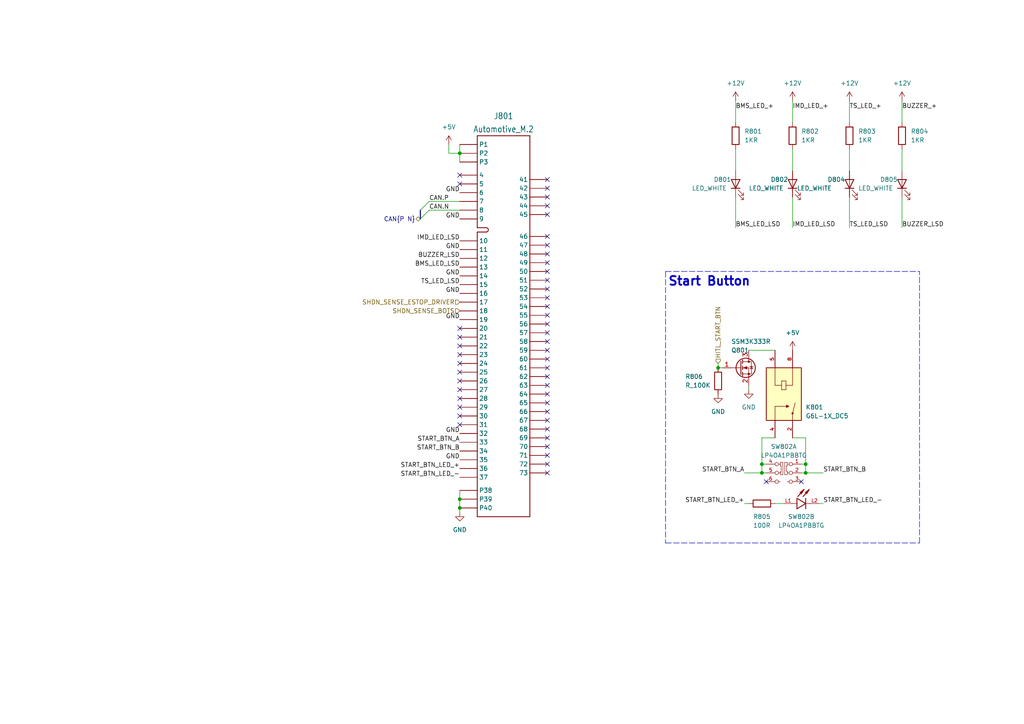
<source format=kicad_sch>
(kicad_sch (version 20211123) (generator eeschema)
  (paper "A4")
  (lib_symbols
    (symbol "1KR_1" (pin_numbers hide) (pin_names (offset 0))
      (property "Reference" "R" (at 2.032 0 90))
      (property "Value" "1KR_1" (at 0 0 90))
      (symbol "1KR_1_0_1"
        (rectangle (start -1.016 -2.54) (end 1.016 2.54) (stroke (width 0.254)))
      )
      (symbol "1KR_1_1_1"
        (pin passive line (at 0 3.81 270) (length 1.27) (name "~") (number "1"))
        (pin passive line (at 0 -3.81 90) (length 1.27) (name "~") (number "2"))
      )
    )
    (symbol "1KR_2" (pin_numbers hide) (pin_names (offset 0))
      (property "Reference" "R" (at 2.032 0 90))
      (property "Value" "1KR_2" (at 0 0 90))
      (symbol "1KR_2_0_1"
        (rectangle (start -1.016 -2.54) (end 1.016 2.54) (stroke (width 0.254)))
      )
      (symbol "1KR_2_1_1"
        (pin passive line (at 0 3.81 270) (length 1.27) (name "~") (number "1"))
        (pin passive line (at 0 -3.81 90) (length 1.27) (name "~") (number "2"))
      )
    )
    (symbol "1KR_3" (pin_numbers hide) (pin_names (offset 0))
      (property "Reference" "R" (at 2.032 0 90))
      (property "Value" "1KR_3" (at 0 0 90))
      (symbol "1KR_3_0_1"
        (rectangle (start -1.016 -2.54) (end 1.016 2.54) (stroke (width 0.254)))
      )
      (symbol "1KR_3_1_1"
        (pin passive line (at 0 3.81 270) (length 1.27) (name "~") (number "1"))
        (pin passive line (at 0 -3.81 90) (length 1.27) (name "~") (number "2"))
      )
    )
    (symbol "OEM:100R" (pin_numbers hide) (pin_names (offset 0))
      (property "Reference" "R" (at 2.032 0 90))
      (property "Value" "100R" (at 0 0 90))
      (symbol "100R_0_1"
        (rectangle (start -1.016 -2.54) (end 1.016 2.54) (stroke (width 0.254)))
      )
      (symbol "100R_1_1"
        (pin passive line (at 0 3.81 270) (length 1.27) (name "~") (number "1"))
        (pin passive line (at 0 -3.81 90) (length 1.27) (name "~") (number "2"))
      )
    )
    (symbol "OEM:1KR" (pin_numbers hide) (pin_names (offset 0))
      (property "Reference" "R" (at 2.032 0 90))
      (property "Value" "1KR" (at 0 0 90))
      (symbol "1KR_0_1"
        (rectangle (start -1.016 -2.54) (end 1.016 2.54) (stroke (width 0.254)))
      )
      (symbol "1KR_1_1"
        (pin passive line (at 0 3.81 270) (length 1.27) (name "~") (number "1"))
        (pin passive line (at 0 -3.81 90) (length 1.27) (name "~") (number "2"))
      )
    )
    (symbol "OEM:Automotive_M.2"
      (property "Reference" "J?" (at 1.27 49.53 0))
      (property "Value" "Automotive_M.2" (at 7.62 45.72 0))
      (symbol "Automotive_M.2_0_1"
        (arc (start -5.0436 15.2415) (mid -4.4198 15.8765) (end -5.0436 16.5115) (stroke (width 0.25)))
        (polyline (pts (xy -7.62 15.24) (xy -5.08 15.24)) (stroke (width 0.25)))
        (polyline (pts (xy -7.62 16.51) (xy -5.08 16.51)) (stroke (width 0.25)))
        (polyline (pts (xy -7.62 43.18) (xy -7.62 16.51)) (stroke (width 0.25)))
        (polyline (pts (xy 7.62 -67.31) (xy -7.62 -67.31)) (stroke (width 0.25)))
      )
      (symbol "Automotive_M.2_1_0"
        (polyline (pts (xy -7.62 -67.31) (xy -7.62 15.24)) (stroke (width 0.254)))
        (polyline (pts (xy 7.62 43.18) (xy -7.62 43.18)) (stroke (width 0.254)))
        (polyline (pts (xy 7.62 43.18) (xy 7.62 -67.31)) (stroke (width 0.254)))
        (pin bidirectional line (at -12.7 12.7 0) (length 5.08) (name "10") (number "10"))
        (pin bidirectional line (at -12.7 10.16 0) (length 5.08) (name "11") (number "11"))
        (pin bidirectional line (at -12.7 7.62 0) (length 5.08) (name "12") (number "12"))
        (pin bidirectional line (at -12.7 5.08 0) (length 5.08) (name "13") (number "13"))
        (pin bidirectional line (at -12.7 2.54 0) (length 5.08) (name "14") (number "14"))
        (pin bidirectional line (at -12.7 0 0) (length 5.08) (name "15") (number "15"))
        (pin bidirectional line (at -12.7 -2.54 0) (length 5.08) (name "16") (number "16"))
        (pin bidirectional line (at -12.7 -5.08 0) (length 5.08) (name "17") (number "17"))
        (pin bidirectional line (at -12.7 -7.62 0) (length 5.08) (name "18") (number "18"))
        (pin bidirectional line (at -12.7 -10.16 0) (length 5.08) (name "19") (number "19"))
        (pin bidirectional line (at -12.7 -12.7 0) (length 5.08) (name "20") (number "20"))
        (pin bidirectional line (at -12.7 -15.24 0) (length 5.08) (name "21") (number "21"))
        (pin bidirectional line (at -12.7 -17.78 0) (length 5.08) (name "22") (number "22"))
        (pin bidirectional line (at -12.7 -20.32 0) (length 5.08) (name "23") (number "23"))
        (pin bidirectional line (at -12.7 -22.86 0) (length 5.08) (name "24") (number "24"))
        (pin bidirectional line (at -12.7 -25.4 0) (length 5.08) (name "25") (number "25"))
        (pin bidirectional line (at -12.7 -27.94 0) (length 5.08) (name "26") (number "26"))
        (pin bidirectional line (at -12.7 -30.48 0) (length 5.08) (name "27") (number "27"))
        (pin bidirectional line (at -12.7 -33.02 0) (length 5.08) (name "28") (number "28"))
        (pin bidirectional line (at -12.7 -35.56 0) (length 5.08) (name "29") (number "29"))
        (pin bidirectional line (at -12.7 -38.1 0) (length 5.08) (name "30") (number "30"))
        (pin bidirectional line (at -12.7 -40.64 0) (length 5.08) (name "31") (number "31"))
        (pin bidirectional line (at -12.7 -43.18 0) (length 5.08) (name "32") (number "32"))
        (pin bidirectional line (at -12.7 -45.72 0) (length 5.08) (name "33") (number "33"))
        (pin bidirectional line (at -12.7 -48.26 0) (length 5.08) (name "34") (number "34"))
        (pin bidirectional line (at -12.7 -50.8 0) (length 5.08) (name "35") (number "35"))
        (pin bidirectional line (at -12.7 -53.34 0) (length 5.08) (name "36") (number "36"))
        (pin bidirectional line (at -12.7 -55.88 0) (length 5.08) (name "37") (number "37"))
        (pin bidirectional line (at -12.7 31.75 0) (length 5.08) (name "4") (number "4"))
        (pin bidirectional line (at 12.7 30.48 180) (length 5.08) (name "41") (number "41"))
        (pin bidirectional line (at 12.7 27.94 180) (length 5.08) (name "42") (number "42"))
        (pin bidirectional line (at 12.7 25.4 180) (length 5.08) (name "43") (number "43"))
        (pin bidirectional line (at 12.7 22.86 180) (length 5.08) (name "44") (number "44"))
        (pin bidirectional line (at 12.7 20.32 180) (length 5.08) (name "45") (number "45"))
        (pin bidirectional line (at 12.7 13.97 180) (length 5.08) (name "46") (number "46"))
        (pin bidirectional line (at 12.7 11.43 180) (length 5.08) (name "47") (number "47"))
        (pin bidirectional line (at 12.7 8.89 180) (length 5.08) (name "48") (number "48"))
        (pin bidirectional line (at 12.7 6.35 180) (length 5.08) (name "49") (number "49"))
        (pin bidirectional line (at -12.7 29.21 0) (length 5.08) (name "5") (number "5"))
        (pin bidirectional line (at 12.7 3.81 180) (length 5.08) (name "50") (number "50"))
        (pin bidirectional line (at 12.7 1.27 180) (length 5.08) (name "51") (number "51"))
        (pin bidirectional line (at 12.7 -1.27 180) (length 5.08) (name "52") (number "52"))
        (pin bidirectional line (at 12.7 -3.81 180) (length 5.08) (name "53") (number "53"))
        (pin bidirectional line (at 12.7 -6.35 180) (length 5.08) (name "54") (number "54"))
        (pin bidirectional line (at 12.7 -8.89 180) (length 5.08) (name "55") (number "55"))
        (pin bidirectional line (at 12.7 -11.43 180) (length 5.08) (name "56") (number "56"))
        (pin bidirectional line (at 12.7 -13.97 180) (length 5.08) (name "57") (number "57"))
        (pin bidirectional line (at 12.7 -16.51 180) (length 5.08) (name "58") (number "58"))
        (pin bidirectional line (at 12.7 -19.05 180) (length 5.08) (name "59") (number "59"))
        (pin bidirectional line (at -12.7 26.67 0) (length 5.08) (name "6") (number "6"))
        (pin bidirectional line (at 12.7 -21.59 180) (length 5.08) (name "60") (number "60"))
        (pin bidirectional line (at 12.7 -24.13 180) (length 5.08) (name "61") (number "61"))
        (pin bidirectional line (at 12.7 -26.67 180) (length 5.08) (name "62") (number "62"))
        (pin bidirectional line (at 12.7 -29.21 180) (length 5.08) (name "63") (number "63"))
        (pin bidirectional line (at 12.7 -31.75 180) (length 5.08) (name "64") (number "64"))
        (pin bidirectional line (at 12.7 -34.29 180) (length 5.08) (name "65") (number "65"))
        (pin bidirectional line (at 12.7 -36.83 180) (length 5.08) (name "66") (number "66"))
        (pin bidirectional line (at 12.7 -39.37 180) (length 5.08) (name "67") (number "67"))
        (pin bidirectional line (at 12.7 -41.91 180) (length 5.08) (name "68") (number "68"))
        (pin bidirectional line (at 12.7 -44.45 180) (length 5.08) (name "69") (number "69"))
        (pin bidirectional line (at -12.7 24.13 0) (length 5.08) (name "7") (number "7"))
        (pin bidirectional line (at 12.7 -46.99 180) (length 5.08) (name "70") (number "70"))
        (pin bidirectional line (at 12.7 -49.53 180) (length 5.08) (name "71") (number "71"))
        (pin bidirectional line (at 12.7 -52.07 180) (length 5.08) (name "72") (number "72"))
        (pin bidirectional line (at 12.7 -54.61 180) (length 5.08) (name "73") (number "73"))
        (pin bidirectional line (at -12.7 21.59 0) (length 5.08) (name "8") (number "8"))
        (pin bidirectional line (at -12.7 19.05 0) (length 5.08) (name "9") (number "9"))
        (pin bidirectional line (at -12.7 40.64 0) (length 5.08) (name "P1") (number "P1"))
        (pin bidirectional line (at -12.7 38.1 0) (length 5.08) (name "P2") (number "P2"))
        (pin bidirectional line (at -12.7 35.56 0) (length 5.08) (name "P3") (number "P3"))
        (pin bidirectional line (at -12.7 -59.69 0) (length 5.08) (name "P38") (number "P38"))
        (pin bidirectional line (at -12.7 -62.23 0) (length 5.08) (name "P39") (number "P39"))
        (pin bidirectional line (at -12.7 -64.77 0) (length 5.08) (name "P40") (number "P40"))
      )
    )
    (symbol "OEM:G6L-1X_DC5" (pin_names (offset 1.016))
      (property "Reference" "K" (at -7.62 6.35 0))
      (property "Value" "G6L-1X_DC5" (at -7.62 -7.62 0))
      (symbol "G6L-1X_DC5_0_0"
        (rectangle (start -7.62 -5.08) (end 7.62 5.08) (stroke (width 0.254)) (fill (type background)))
        (polyline (pts (xy -7.62 -2.54) (xy -2.54 -2.54)) (stroke (width 0.1524)))
        (polyline (pts (xy -7.62 2.54) (xy -2.54 2.54)) (stroke (width 0.1524)))
        (polyline (pts (xy -3.81 -0.635) (xy -3.81 0.635)) (stroke (width 0.1524)))
        (polyline (pts (xy -3.81 0.635) (xy -2.54 0.635)) (stroke (width 0.1524)))
        (polyline (pts (xy -2.54 -0.635) (xy -3.81 -0.635)) (stroke (width 0.1524)))
        (polyline (pts (xy -2.54 -0.635) (xy -2.54 -2.54)) (stroke (width 0.1524)))
        (polyline (pts (xy -2.54 0.635) (xy -1.27 0.635)) (stroke (width 0.1524)))
        (polyline (pts (xy -2.54 2.54) (xy -2.54 0.635)) (stroke (width 0.1524)))
        (polyline (pts (xy -1.27 -0.635) (xy -2.54 -0.635)) (stroke (width 0.1524)))
        (polyline (pts (xy -1.27 0.635) (xy -1.27 -0.635)) (stroke (width 0.1524)))
        (polyline (pts (xy 3.556 -2.54) (xy 3.556 0.762)) (stroke (width 0.1524)))
        (polyline (pts (xy 5.588 2.54) (xy 2.54 3.302)) (stroke (width 0.1524)))
        (polyline (pts (xy 7.62 -2.54) (xy 3.556 -2.54)) (stroke (width 0.1524)))
        (polyline (pts (xy 7.62 2.54) (xy 5.588 2.54)) (stroke (width 0.1524)))
        (polyline (pts (xy 3.175 0.762) (xy 3.937 0.762) (xy 3.556 1.524) (xy 3.175 0.762)) (stroke (width 0.1524)) (fill (type outline)))
        (circle (center 5.588 2.54) (radius 0.1524) (stroke (width 0.3048)))
        (pin passive line (at 12.7 2.54 180) (length 5.08) (name "~") (number "2"))
        (pin passive line (at 12.7 -2.54 180) (length 5.08) (name "~") (number "4"))
        (pin passive line (at -12.7 -2.54 0) (length 5.08) (name "~") (number "5"))
        (pin passive line (at -12.7 2.54 0) (length 5.08) (name "~") (number "8"))
      )
    )
    (symbol "OEM:LED_WHITE" (pin_numbers hide) (pin_names (offset 1.016) hide)
      (property "Reference" "D" (at 0 2.54 0))
      (property "Value" "LED_WHITE" (at 0 -2.54 0))
      (symbol "LED_WHITE_0_1"
        (polyline (pts (xy -1.27 -1.27) (xy -1.27 1.27)) (stroke (width 0.254)))
        (polyline (pts (xy -1.27 0) (xy 1.27 0)))
        (polyline (pts (xy 1.27 -1.27) (xy 1.27 1.27) (xy -1.27 0) (xy 1.27 -1.27)) (stroke (width 0.254)))
        (polyline (pts (xy -3.048 -0.762) (xy -4.572 -2.286) (xy -3.81 -2.286) (xy -4.572 -2.286) (xy -4.572 -1.524)))
        (polyline (pts (xy -1.778 -0.762) (xy -3.302 -2.286) (xy -2.54 -2.286) (xy -3.302 -2.286) (xy -3.302 -1.524)))
      )
      (symbol "LED_WHITE_1_1"
        (pin passive line (at -3.81 0 0) (length 2.54) (name "K") (number "1"))
        (pin passive line (at 3.81 0 180) (length 2.54) (name "A") (number "2"))
      )
    )
    (symbol "OEM:LP4OA1PBBTG" (pin_names (offset 1.016))
      (property "Reference" "SW?" (at -1.27 5.08 0))
      (property "Value" "LP4OA1PBBTG" (at -5.08 -6.858 0))
      (symbol "LP4OA1PBBTG_1_0"
        (circle (center -2.032 -2.54) (radius 0.508) (stroke (width 0.127)))
        (circle (center -2.032 0) (radius 0.508) (stroke (width 0.127)))
        (circle (center -2.032 2.54) (radius 0.508) (stroke (width 0.127)))
        (polyline (pts (xy -1.524 -2.54) (xy -1.016 -2.54)) (stroke (width 0.127)))
        (polyline (pts (xy -1.524 0) (xy -1.016 0)) (stroke (width 0.127)))
        (polyline (pts (xy -1.524 2.54) (xy -1.016 2.54)) (stroke (width 0.127)))
        (polyline (pts (xy -1.016 -0.508) (xy -1.016 0.254)) (stroke (width 0.127)))
        (polyline (pts (xy -1.016 0.254) (xy -0.762 0.254)) (stroke (width 0.127)))
        (polyline (pts (xy -1.016 2.032) (xy -1.016 2.54)) (stroke (width 0.127)))
        (polyline (pts (xy -1.016 2.54) (xy -1.016 3.048)) (stroke (width 0.127)))
        (polyline (pts (xy -1.016 3.048) (xy -0.254 3.048)) (stroke (width 0.127)))
        (polyline (pts (xy -0.762 0.254) (xy -0.762 2.032)) (stroke (width 0.127)))
        (polyline (pts (xy -0.762 2.032) (xy -1.016 2.032)) (stroke (width 0.127)))
        (polyline (pts (xy -0.254 -0.508) (xy -1.016 -0.508)) (stroke (width 0.127)))
        (polyline (pts (xy -0.254 3.048) (xy -0.254 -0.508)) (stroke (width 0.127)))
        (polyline (pts (xy 0.254 -0.508) (xy 0.254 3.048)) (stroke (width 0.127)))
        (polyline (pts (xy 0.254 3.048) (xy 1.016 3.048)) (stroke (width 0.127)))
        (polyline (pts (xy 0.762 0.508) (xy 1.016 0.508)) (stroke (width 0.127)))
        (polyline (pts (xy 0.762 2.032) (xy 0.762 0.508)) (stroke (width 0.127)))
        (polyline (pts (xy 1.016 -0.508) (xy 0.254 -0.508)) (stroke (width 0.127)))
        (polyline (pts (xy 1.016 0.508) (xy 1.016 -0.508)) (stroke (width 0.127)))
        (polyline (pts (xy 1.016 2.032) (xy 0.762 2.032)) (stroke (width 0.127)))
        (polyline (pts (xy 1.016 3.048) (xy 1.016 2.032)) (stroke (width 0.127)))
        (polyline (pts (xy 1.524 -2.54) (xy 1.016 -2.54)) (stroke (width 0.127)))
        (polyline (pts (xy 1.524 0) (xy 1.016 0)) (stroke (width 0.127)))
        (polyline (pts (xy 1.524 2.54) (xy 1.016 2.54)) (stroke (width 0.127)))
        (circle (center 2.032 -2.54) (radius 0.508) (stroke (width 0.127)))
        (circle (center 2.032 0) (radius 0.508) (stroke (width 0.127)))
        (circle (center 2.032 2.54) (radius 0.508) (stroke (width 0.127)))
        (pin passive line (at 5.08 2.54 180) (length 2.54) (name "~") (number "1"))
        (pin passive line (at 5.08 0 180) (length 2.54) (name "~") (number "2"))
        (pin passive line (at 5.08 -2.54 180) (length 2.54) (name "~") (number "3"))
        (pin passive line (at -5.08 2.54 0) (length 2.54) (name "~") (number "4"))
        (pin passive line (at -5.08 0 0) (length 2.54) (name "~") (number "5"))
        (pin passive line (at -5.08 -2.54 0) (length 2.54) (name "~") (number "6"))
      )
      (symbol "LP4OA1PBBTG_2_0"
        (polyline (pts (xy -1.27 -1.524) (xy 1.27 0)) (stroke (width 0.254)))
        (polyline (pts (xy -1.27 0) (xy -2.54 0)) (stroke (width 0.1524)))
        (polyline (pts (xy -1.27 0) (xy -1.27 -1.524)) (stroke (width 0.254)))
        (polyline (pts (xy -1.27 1.524) (xy -1.27 0)) (stroke (width 0.254)))
        (polyline (pts (xy -1.016 2.032) (xy 0.762 4.064)) (stroke (width 0.254)))
        (polyline (pts (xy 0.508 2.032) (xy 2.286 4.064)) (stroke (width 0.254)))
        (polyline (pts (xy 0.762 4.064) (xy -0.381 3.175)) (stroke (width 0.254)))
        (polyline (pts (xy 0.762 4.064) (xy 0 2.794)) (stroke (width 0.254)))
        (polyline (pts (xy 1.27 0) (xy -1.27 1.524)) (stroke (width 0.254)))
        (polyline (pts (xy 1.27 0) (xy 1.27 -1.524)) (stroke (width 0.254)))
        (polyline (pts (xy 1.27 1.524) (xy 1.27 0)) (stroke (width 0.254)))
        (polyline (pts (xy 2.286 4.064) (xy 1.143 3.175)) (stroke (width 0.254)))
        (polyline (pts (xy 2.286 4.064) (xy 1.524 2.794)) (stroke (width 0.254)))
        (polyline (pts (xy 2.54 0) (xy 1.27 0)) (stroke (width 0.1524)))
        (pin passive line (at -5.08 0 0) (length 2.54) (name "~") (number "L1"))
        (pin passive line (at 5.08 0 180) (length 2.54) (name "~") (number "L2"))
      )
    )
    (symbol "OEM:SSM3K333R" (pin_names (offset 0) hide)
      (property "Reference" "Q" (at 5.08 1.27 0))
      (property "Value" "SSM3K333R" (at 5.08 -1.27 0))
      (symbol "SSM3K333R_0_1"
        (polyline (pts (xy 0.254 0) (xy -2.54 0)))
        (polyline (pts (xy 0.254 1.905) (xy 0.254 -1.905)) (stroke (width 0.254)))
        (polyline (pts (xy 0.762 -1.27) (xy 0.762 -2.286)) (stroke (width 0.254)))
        (polyline (pts (xy 0.762 0.508) (xy 0.762 -0.508)) (stroke (width 0.254)))
        (polyline (pts (xy 0.762 2.286) (xy 0.762 1.27)) (stroke (width 0.254)))
        (polyline (pts (xy 2.54 2.54) (xy 2.54 1.778)))
        (polyline (pts (xy 2.54 -2.54) (xy 2.54 0) (xy 0.762 0)))
        (polyline (pts (xy 0.762 -1.778) (xy 3.302 -1.778) (xy 3.302 1.778) (xy 0.762 1.778)))
        (polyline (pts (xy 1.016 0) (xy 2.032 0.381) (xy 2.032 -0.381) (xy 1.016 0)) (fill (type outline)))
        (polyline (pts (xy 2.794 0.508) (xy 2.921 0.381) (xy 3.683 0.381) (xy 3.81 0.254)))
        (polyline (pts (xy 3.302 0.381) (xy 2.921 -0.254) (xy 3.683 -0.254) (xy 3.302 0.381)))
        (circle (center 1.651 0) (radius 2.794) (stroke (width 0.254)))
        (circle (center 2.54 -1.778) (radius 0.254) (fill (type outline)))
        (circle (center 2.54 1.778) (radius 0.254) (fill (type outline)))
      )
      (symbol "SSM3K333R_1_1"
        (pin input line (at -5.08 0 0) (length 2.54) (name "G") (number "1"))
        (pin passive line (at 2.54 -5.08 90) (length 2.54) (name "S") (number "2"))
        (pin passive line (at 2.54 5.08 270) (length 2.54) (name "D") (number "3"))
      )
    )
    (symbol "formula:R_100K" (pin_numbers hide) (pin_names (offset 0))
      (property "Reference" "R" (at 2.032 0 90))
      (property "Value" "R_100K" (at -2.54 0 90))
      (symbol "R_100K_0_1"
        (rectangle (start -1.016 -2.54) (end 1.016 2.54) (stroke (width 0.254)))
      )
      (symbol "R_100K_1_1"
        (pin passive line (at 0 3.81 270) (length 1.27) (name "~") (number "1"))
        (pin passive line (at 0 -3.81 90) (length 1.27) (name "~") (number "2"))
      )
    )
    (symbol "power:+12V" (power) (pin_names (offset 0))
      (property "Value" "+12V" (at 0 3.556 0))
      (symbol "+12V_0_1"
        (polyline (pts (xy -0.762 1.27) (xy 0 2.54)))
        (polyline (pts (xy 0 0) (xy 0 2.54)))
        (polyline (pts (xy 0 2.54) (xy 0.762 1.27)))
      )
      (symbol "+12V_1_1"
        (pin power_in line (at 0 0 90) (length 0) hide (name "+12V") (number "1"))
      )
    )
    (symbol "power:+5V" (power) (pin_names (offset 0))
      (property "Value" "+5V" (at 0 3.556 0))
      (symbol "+5V_0_1"
        (polyline (pts (xy -0.762 1.27) (xy 0 2.54)))
        (polyline (pts (xy 0 0) (xy 0 2.54)))
        (polyline (pts (xy 0 2.54) (xy 0.762 1.27)))
      )
      (symbol "+5V_1_1"
        (pin power_in line (at 0 0 90) (length 0) hide (name "+5V") (number "1"))
      )
    )
    (symbol "power:GND" (power) (pin_names (offset 0))
      (property "Value" "GND" (at 0 -3.81 0))
      (symbol "GND_0_1"
        (polyline (pts (xy 0 0) (xy 0 -1.27) (xy 1.27 -1.27) (xy 0 -2.54) (xy -1.27 -1.27) (xy 0 -1.27)))
      )
      (symbol "GND_1_1"
        (pin power_in line (at 0 0 270) (length 0) hide (name "GND") (number "1"))
      )
    )
  )
  (junction (at 133.35 147.32))
  (junction (at 208.28 106.68))
  (junction (at 220.98 134.62))
  (junction (at 220.98 137.16))
  (junction (at 133.35 144.78))
  (junction (at 233.68 134.62))
  (junction (at 133.35 44.45))
  (junction (at 233.68 137.16))
  (no_connect (at 158.75 116.84))
  (no_connect (at 158.75 81.28))
  (no_connect (at 133.35 120.65))
  (no_connect (at 232.41 139.7))
  (no_connect (at 158.75 106.68))
  (no_connect (at 158.75 57.15))
  (no_connect (at 133.35 97.79))
  (no_connect (at 133.35 105.41))
  (no_connect (at 133.35 118.11))
  (no_connect (at 158.75 111.76))
  (no_connect (at 158.75 83.82))
  (no_connect (at 133.35 123.19))
  (no_connect (at 158.75 91.44))
  (no_connect (at 133.35 95.25))
  (no_connect (at 158.75 73.66))
  (no_connect (at 158.75 129.54))
  (no_connect (at 158.75 96.52))
  (no_connect (at 133.35 50.8))
  (no_connect (at 158.75 93.98))
  (no_connect (at 133.35 107.95))
  (no_connect (at 158.75 86.36))
  (no_connect (at 158.75 59.69))
  (no_connect (at 133.35 115.57))
  (no_connect (at 158.75 99.06))
  (no_connect (at 158.75 124.46))
  (no_connect (at 158.75 134.62))
  (no_connect (at 158.75 71.12))
  (no_connect (at 158.75 62.23))
  (no_connect (at 222.25 139.7))
  (no_connect (at 158.75 127))
  (no_connect (at 158.75 54.61))
  (no_connect (at 158.75 109.22))
  (no_connect (at 158.75 104.14))
  (no_connect (at 158.75 78.74))
  (no_connect (at 158.75 68.58))
  (no_connect (at 133.35 100.33))
  (no_connect (at 158.75 52.07))
  (no_connect (at 158.75 76.2))
  (no_connect (at 158.75 137.16))
  (no_connect (at 133.35 110.49))
  (no_connect (at 158.75 119.38))
  (no_connect (at 158.75 121.92))
  (no_connect (at 158.75 132.08))
  (no_connect (at 133.35 53.34))
  (no_connect (at 158.75 101.6))
  (no_connect (at 133.35 102.87))
  (no_connect (at 133.35 113.03))
  (no_connect (at 158.75 114.3))
  (no_connect (at 158.75 88.9))
  (bus_entry (at 121.92 60.96) (size 2.54 -2.54))
  (bus_entry (at 121.92 63.5) (size 2.54 -2.54))
  (wire (pts (xy 133.35 41.91) (xy 133.35 44.45)))
  (wire (pts (xy 229.87 29.21) (xy 229.87 35.56)))
  (wire (pts (xy 220.98 134.62) (xy 222.25 134.62)))
  (wire (pts (xy 237.49 146.05) (xy 238.76 146.05)))
  (wire (pts (xy 233.68 137.16) (xy 238.76 137.16)))
  (wire (pts (xy 217.17 111.76) (xy 217.17 113.03)))
  (wire (pts (xy 229.87 127) (xy 233.68 127)))
  (wire (pts (xy 220.98 137.16) (xy 222.25 137.16)))
  (wire (pts (xy 224.79 146.05) (xy 227.33 146.05)))
  (polyline (pts (xy 193.04 157.48) (xy 266.7 157.48)))
  (wire (pts (xy 133.35 44.45) (xy 133.35 46.99)))
  (wire (pts (xy 208.28 106.68) (xy 209.55 106.68)))
  (wire (pts (xy 124.46 60.96) (xy 133.35 60.96)))
  (wire (pts (xy 130.175 44.45) (xy 133.35 44.45)))
  (wire (pts (xy 213.36 43.18) (xy 213.36 49.53)))
  (wire (pts (xy 229.87 43.18) (xy 229.87 49.53)))
  (wire (pts (xy 261.62 57.15) (xy 261.62 66.04)))
  (polyline (pts (xy 193.04 78.74) (xy 193.04 157.48)))
  (wire (pts (xy 124.46 58.42) (xy 133.35 58.42)))
  (wire (pts (xy 233.68 134.62) (xy 233.68 137.16)))
  (wire (pts (xy 133.35 142.24) (xy 133.35 144.78)))
  (wire (pts (xy 213.36 29.21) (xy 213.36 35.56)))
  (wire (pts (xy 220.98 134.62) (xy 220.98 137.16)))
  (wire (pts (xy 213.36 57.15) (xy 213.36 66.04)))
  (wire (pts (xy 215.9 146.05) (xy 217.17 146.05)))
  (wire (pts (xy 217.17 101.6) (xy 224.79 101.6)))
  (wire (pts (xy 261.62 29.21) (xy 261.62 35.56)))
  (wire (pts (xy 224.79 127) (xy 220.98 127)))
  (wire (pts (xy 261.62 43.18) (xy 261.62 49.53)))
  (wire (pts (xy 233.68 127) (xy 233.68 134.62)))
  (wire (pts (xy 246.38 43.18) (xy 246.38 49.53)))
  (wire (pts (xy 215.9 137.16) (xy 220.98 137.16)))
  (polyline (pts (xy 193.04 78.74) (xy 266.7 78.74)))
  (wire (pts (xy 246.38 57.15) (xy 246.38 66.04)))
  (wire (pts (xy 208.28 105.41) (xy 208.28 106.68)))
  (bus (pts (xy 121.92 60.96) (xy 121.92 63.5)))
  (wire (pts (xy 133.35 147.32) (xy 133.35 148.59)))
  (wire (pts (xy 246.38 29.21) (xy 246.38 35.56)))
  (wire (pts (xy 229.87 57.15) (xy 229.87 66.04)))
  (wire (pts (xy 232.41 137.16) (xy 233.68 137.16)))
  (wire (pts (xy 220.98 127) (xy 220.98 134.62)))
  (wire (pts (xy 133.35 144.78) (xy 133.35 147.32)))
  (wire (pts (xy 232.41 134.62) (xy 233.68 134.62)))
  (wire (pts (xy 130.175 41.91) (xy 130.175 44.45)))
  (polyline (pts (xy 266.7 157.48) (xy 266.7 78.74)))
  (text "Start Button" (at 193.675 83.185 0) (effects (font (size 2.54 2.54) bold) (justify left bottom)))
  (label "GND" (at 133.35 125.73 180))
  (label "CAN.P" (at 124.46 58.42 0))
  (label "START_BTN_A" (at 215.9 137.16 180))
  (label "BUZZER_LSD" (at 261.62 66.04 0))
  (label "BMS_LED_LSD" (at 213.36 66.04 0))
  (label "START_BTN_LED_-" (at 133.35 138.43 180))
  (label "GND" (at 133.35 92.71 180))
  (label "GND" (at 133.35 85.09 180))
  (label "IMD_LED_LSD" (at 133.35 69.85 180))
  (label "TS_LED_LSD" (at 133.35 82.55 180))
  (label "IMD_LED_LSD" (at 229.87 66.04 0))
  (label "TS_LED_+" (at 246.38 31.75 0))
  (label "CAN.N" (at 124.46 60.96 0))
  (label "BUZZER_+" (at 261.62 31.75 0))
  (label "TS_LED_LSD" (at 246.38 66.04 0))
  (label "START_BTN_B" (at 238.76 137.16 0))
  (label "BUZZER_LSD" (at 133.35 74.93 180))
  (label "BMS_LED_LSD" (at 133.35 77.47 180))
  (label "GND" (at 133.35 80.01 180))
  (label "GND" (at 133.35 72.39 180))
  (label "GND" (at 133.35 63.5 180))
  (label "IMD_LED_+" (at 229.87 31.75 0))
  (label "GND" (at 133.35 133.35 180))
  (label "START_BTN_B" (at 133.35 130.81 180))
  (label "START_BTN_LED_+" (at 133.35 135.89 180))
  (label "START_BTN_A" (at 133.35 128.27 180))
  (label "GND" (at 133.35 55.88 180))
  (label "START_BTN_LED_-" (at 238.76 146.05 0))
  (label "START_BTN_LED_+" (at 215.9 146.05 180))
  (label "BMS_LED_+" (at 213.36 31.75 0))
  (hierarchical_label "HITL_START_BTN" (shape input) (at 208.28 105.41 90))
  (hierarchical_label "SHDN_SENSE_BOTS" (shape input) (at 133.35 90.17 180))
  (hierarchical_label "CAN{P N}" (shape bidirectional) (at 121.92 63.5 180))
  (hierarchical_label "SHDN_SENSE_ESTOP_DRIVER" (shape input) (at 133.35 87.63 180))
  (symbol (lib_id "power:GND") (at 208.28 114.3 0) (unit 1)
    (property "Reference" "#PWR?" (effects hide))
    (property "Value" "GND" (at 208.28 119.38 0))
  )
  (symbol (lib_id "OEM:LP4OA1PBBTG") (at 227.33 137.16 0) (unit 1)
    (property "Reference" "SW802" (at 227.33 129.54 0))
    (property "Value" "LP4OA1PBBTG" (at 227.33 132.08 0))
    (property "Footprint" "footprints:SW_LP4OA1PBBTG" (effects hide))
    (property "Datasheet" "https://sten-eswitch-13110800-production.s3.amazonaws.com/system/asset/product_line/data_sheet/43/LP4.pdf" (effects hide))
    (property "MPN" "LP4OA1PBBTG" (effects hide))
    (property "MFN" "E-SWITCH" (effects hide))
    (property "DKPN" "EG4649-ND" (effects hide))
    (property "NewDesigns" "YES" (effects hide))
    (property "Stocked" "Bulk" (effects hide))
    (property "Package" "Custom" (effects hide))
    (property "Style" "THT" (effects hide))
  )
  (symbol (lib_id "OEM:1KR") (at 261.62 39.37 0) (unit 1)
    (property "Reference" "R804" (at 264.16 38.0999 0) (effects (justify left)))
    (property "Value" "1KR" (at 264.16 40.6399 0) (effects (justify left)))
    (property "Footprint" "OEM:R_0603" (effects hide))
    (property "Datasheet" "${OEM_DIR}/parts/datasheets/stackpole_RMCF_RMCP.pdf" (effects hide))
    (property "MFN" "Stackpole Electronics" (effects hide))
    (property "MPN" "RMCF0603FT1K00" (effects hide))
    (property "DKPN" "RMCF0603FT1K00TR-ND" (effects hide))
    (property "NewDesigns" "YES" (effects hide))
    (property "Stocked" "Reel" (effects hide))
    (property "Package" "0603" (effects hide))
    (property "Style" "SMD" (effects hide))
  )
  (symbol (lib_id "power:+12V") (at 229.87 29.21 0) (unit 1)
    (property "Reference" "#PWR?" (effects hide))
    (property "Value" "+12V" (at 229.87 24.13 0))
  )
  (symbol (lib_id "power:+5V") (at 130.175 41.91 0) (unit 1)
    (property "Reference" "#PWR?" (effects hide))
    (property "Value" "+5V" (at 130.175 36.83 0))
  )
  (symbol (lib_id "OEM:100R") (at 220.98 146.05 270) (unit 1)
    (property "Reference" "R805" (at 220.98 149.86 90))
    (property "Value" "100R" (at 220.98 152.4 90))
    (property "Footprint" "OEM:R_0603" (effects hide))
    (property "Datasheet" "${OEM_DIR}/parts/datasheets/stackpole_RMCF_RMCP.pdf" (effects hide))
    (property "MFN" "Stackpole Electronics" (effects hide))
    (property "MPN" "RMCF0603FT100R" (effects hide))
    (property "DKPN" "RMCF0603FT100RTR-ND" (effects hide))
    (property "NewDesigns" "YES" (effects hide))
    (property "Stocked" "Reel" (effects hide))
    (property "Package" "0603" (effects hide))
    (property "Style" "SMD" (effects hide))
  )
  (symbol (lib_id "power:GND") (at 217.17 113.03 0) (unit 1)
    (property "Reference" "#PWR?" (effects hide))
    (property "Value" "GND" (at 217.17 118.11 0))
  )
  (symbol (lib_id "power:+12V") (at 213.36 29.21 0) (unit 1)
    (property "Reference" "#PWR?" (effects hide))
    (property "Value" "+12V" (at 213.36 24.13 0))
  )
  (symbol (lib_name "1KR_1") (lib_id "OEM:1KR") (at 213.36 39.37 0) (unit 1)
    (property "Reference" "R801" (at 215.9 38.0999 0) (effects (justify left)))
    (property "Value" "1KR" (at 215.9 40.6399 0) (effects (justify left)))
    (property "Footprint" "OEM:R_0603" (effects hide))
    (property "Datasheet" "${OEM_DIR}/parts/datasheets/stackpole_RMCF_RMCP.pdf" (effects hide))
    (property "MFN" "Stackpole Electronics" (effects hide))
    (property "MPN" "RMCF0603FT1K00" (effects hide))
    (property "DKPN" "RMCF0603FT1K00TR-ND" (effects hide))
    (property "NewDesigns" "YES" (effects hide))
    (property "Stocked" "Reel" (effects hide))
    (property "Package" "0603" (effects hide))
    (property "Style" "SMD" (effects hide))
  )
  (symbol (lib_id "OEM:LED_WHITE") (at 261.62 53.34 90) (unit 1)
    (property "Reference" "D805" (at 257.81 52.07 90))
    (property "Value" "LED_WHITE" (at 254 54.61 90))
    (property "Footprint" "OEM:CHIPLED_0805" (effects hide))
    (property "Datasheet" "${OEM_DIR}/parts/datasheets/harvatek_B1701TW--20P000314U1930.pdf" (effects hide))
    (property "MFN" "Harvatek" (effects hide))
    (property "MPN" "B1701TW--20P000314U1930" (effects hide))
    (property "DKPN" "3147-B1701TW--20P000314U1930DKR-ND" (effects hide))
    (property "Package" "0805" (effects hide))
    (property "NewDesigns" "Yes" (effects hide))
    (property "Stocked" "Digi-Reel" (effects hide))
    (property "Style" "SMD" (effects hide))
  )
  (symbol (lib_name "1KR_2") (lib_id "OEM:1KR") (at 229.87 39.37 0) (unit 1)
    (property "Reference" "R802" (at 232.41 38.0999 0) (effects (justify left)))
    (property "Value" "1KR" (at 232.41 40.6399 0) (effects (justify left)))
    (property "Footprint" "OEM:R_0603" (effects hide))
    (property "Datasheet" "${OEM_DIR}/parts/datasheets/stackpole_RMCF_RMCP.pdf" (effects hide))
    (property "MFN" "Stackpole Electronics" (effects hide))
    (property "MPN" "RMCF0603FT1K00" (effects hide))
    (property "DKPN" "RMCF0603FT1K00TR-ND" (effects hide))
    (property "NewDesigns" "YES" (effects hide))
    (property "Stocked" "Reel" (effects hide))
    (property "Package" "0603" (effects hide))
    (property "Style" "SMD" (effects hide))
  )
  (symbol (lib_id "OEM:LED_WHITE") (at 229.87 53.34 90) (unit 1)
    (property "Reference" "D802" (at 226.06 52.07 90))
    (property "Value" "LED_WHITE" (at 222.25 54.61 90))
    (property "Footprint" "OEM:CHIPLED_0805" (effects hide))
    (property "Datasheet" "${OEM_DIR}/parts/datasheets/harvatek_B1701TW--20P000314U1930.pdf" (effects hide))
    (property "MFN" "Harvatek" (effects hide))
    (property "MPN" "B1701TW--20P000314U1930" (effects hide))
    (property "DKPN" "3147-B1701TW--20P000314U1930DKR-ND" (effects hide))
    (property "Package" "0805" (effects hide))
    (property "NewDesigns" "Yes" (effects hide))
    (property "Stocked" "Digi-Reel" (effects hide))
    (property "Style" "SMD" (effects hide))
  )
  (symbol (lib_name "1KR_3") (lib_id "OEM:1KR") (at 246.38 39.37 0) (unit 1)
    (property "Reference" "R803" (at 248.92 38.0999 0) (effects (justify left)))
    (property "Value" "1KR" (at 248.92 40.6399 0) (effects (justify left)))
    (property "Footprint" "OEM:R_0603" (effects hide))
    (property "Datasheet" "${OEM_DIR}/parts/datasheets/stackpole_RMCF_RMCP.pdf" (effects hide))
    (property "MFN" "Stackpole Electronics" (effects hide))
    (property "MPN" "RMCF0603FT1K00" (effects hide))
    (property "DKPN" "RMCF0603FT1K00TR-ND" (effects hide))
    (property "NewDesigns" "YES" (effects hide))
    (property "Stocked" "Reel" (effects hide))
    (property "Package" "0603" (effects hide))
    (property "Style" "SMD" (effects hide))
  )
  (symbol (lib_id "OEM:LED_WHITE") (at 246.38 53.34 90) (unit 1)
    (property "Reference" "D804" (at 242.57 52.07 90))
    (property "Value" "LED_WHITE" (at 236.22 54.61 90))
    (property "Footprint" "OEM:CHIPLED_0805" (effects hide))
    (property "Datasheet" "${OEM_DIR}/parts/datasheets/harvatek_B1701TW--20P000314U1930.pdf" (effects hide))
    (property "MFN" "Harvatek" (effects hide))
    (property "MPN" "B1701TW--20P000314U1930" (effects hide))
    (property "DKPN" "3147-B1701TW--20P000314U1930DKR-ND" (effects hide))
    (property "Package" "0805" (effects hide))
    (property "NewDesigns" "Yes" (effects hide))
    (property "Stocked" "Digi-Reel" (effects hide))
    (property "Style" "SMD" (effects hide))
  )
  (symbol (lib_id "OEM:LP4OA1PBBTG") (at 232.41 146.05 0) (unit 2)
    (property "Reference" "SW802" (at 232.41 149.86 0))
    (property "Value" "LP4OA1PBBTG" (at 232.41 152.4 0))
    (property "Footprint" "footprints:SW_LP4OA1PBBTG" (effects hide))
    (property "Datasheet" "https://sten-eswitch-13110800-production.s3.amazonaws.com/system/asset/product_line/data_sheet/43/LP4.pdf" (effects hide))
    (property "MPN" "LP4OA1PBBTG" (effects hide))
    (property "MFN" "E-SWITCH" (effects hide))
    (property "DKPN" "EG4649-ND" (effects hide))
    (property "NewDesigns" "YES" (effects hide))
    (property "Stocked" "Bulk" (effects hide))
    (property "Package" "Custom" (effects hide))
    (property "Style" "THT" (effects hide))
  )
  (symbol (lib_id "formula:R_100K") (at 208.28 110.49 0) (unit 1)
    (property "Reference" "R806" (at 198.755 109.22 0) (effects (justify left)))
    (property "Value" "R_100K" (at 198.755 111.76 0) (effects (justify left)))
    (property "Footprint" "OEM:R_0603" (effects hide))
    (property "Datasheet" "https://industrial.panasonic.com/cdbs/www-data/pdf/RDA0000/AOA0000C304.pdf" (effects hide))
    (property "MFN" "DK" (effects hide))
    (property "MPN" "P100KCCT-ND" (effects hide))
    (property "PurchasingLink" "https://www.digikey.com/product-detail/en/panasonic-electronic-components/ERJ-6ENF1003V/P100KCCT-ND/119551" (effects hide))
  )
  (symbol (lib_id "OEM:G6L-1X_DC5") (at 227.33 114.3 270) (unit 1)
    (property "Reference" "K801" (at 233.68 118.11 90) (effects (justify left)))
    (property "Value" "G6L-1X_DC5" (at 233.68 120.65 90) (effects (justify left)))
    (property "Footprint" "footprints:RELAY_G6L-1P_DC5" (effects hide))
    (property "Datasheet" "https://media.digikey.com/pdf/Data%20Sheets/Omron%20PDFs/G6L.pdf" (effects hide))
    (property "MPN" "G6L-1P DC5" (effects hide))
    (property "MFN" "Omron Electronics" (effects hide))
    (property "DKPN" "Z1228-ND" (effects hide))
    (property "NewDesigns" "YES" (effects hide))
    (property "Stocked" "Tube" (effects hide))
    (property "Package" "Custom" (effects hide))
    (property "Style" "THT" (effects hide))
  )
  (symbol (lib_id "power:+12V") (at 246.38 29.21 0) (unit 1)
    (property "Reference" "#PWR?" (effects hide))
    (property "Value" "+12V" (at 246.38 24.13 0))
  )
  (symbol (lib_id "OEM:LED_WHITE") (at 213.36 53.34 90) (unit 1)
    (property "Reference" "D801" (at 209.55 52.07 90))
    (property "Value" "LED_WHITE" (at 205.74 54.61 90))
    (property "Footprint" "OEM:CHIPLED_0805" (effects hide))
    (property "Datasheet" "${OEM_DIR}/parts/datasheets/harvatek_B1701TW--20P000314U1930.pdf" (effects hide))
    (property "MFN" "Harvatek" (effects hide))
    (property "MPN" "B1701TW--20P000314U1930" (effects hide))
    (property "DKPN" "3147-B1701TW--20P000314U1930DKR-ND" (effects hide))
    (property "Package" "0805" (effects hide))
    (property "NewDesigns" "Yes" (effects hide))
    (property "Stocked" "Digi-Reel" (effects hide))
    (property "Style" "SMD" (effects hide))
  )
  (symbol (lib_id "power:+5V") (at 229.87 101.6 0) (unit 1)
    (property "Reference" "#PWR?" (effects hide))
    (property "Value" "+5V" (at 229.87 96.52 0))
  )
  (symbol (lib_id "power:+12V") (at 261.62 29.21 0) (unit 1)
    (property "Reference" "#PWR?" (effects hide))
    (property "Value" "+12V" (at 261.62 24.13 0))
  )
  (symbol (lib_id "OEM:SSM3K333R") (at 214.63 106.68 0) (unit 1)
    (property "Reference" "Q801" (at 212.09 101.6 0) (effects (justify left)))
    (property "Value" "SSM3K333R" (at 212.09 99.06 0) (effects (justify left)))
    (property "Footprint" "OEM:SOT-23F" (effects hide))
    (property "Datasheet" "${OEM_DIR}/parts/datasheets/toshiba_SSM3K333R.pdf" (effects hide))
    (property "MFN" "Toshiba" (effects hide))
    (property "MPN" "SSM3K333R,LF" (effects hide))
    (property "DKPN" "SSM3K333RLFDKR-ND" (effects hide))
    (property "Package" "SOT-23" (effects hide))
    (property "NewDesigns" "YES" (effects hide))
    (property "Stocked" "Digi-Reel" (effects hide))
    (property "Style" "SMD" (effects hide))
  )
  (symbol (lib_id "power:GND") (at 133.35 148.59 0) (unit 1)
    (property "Reference" "#PWR?" (effects hide))
    (property "Value" "GND" (at 133.35 153.67 0))
  )
  (symbol (lib_id "OEM:Automotive_M.2") (at 146.05 82.55 0) (unit 1)
    (property "Reference" "J801" (at 146.05 33.655 0) (effects (font (size 1.778 1.5113))))
    (property "Value" "Automotive_M.2" (at 146.05 37.465 0) (effects (font (size 1.778 1.5113))))
    (property "Footprint" "footprints:Automotive_M.2" (effects hide))
    (property "Datasheet" "https://www.mouser.com/catalog/specsheets/Yamaichi_04142021_CNU027S-067-2001-VE_DataSheet_Ver_A.pdf" (effects hide))
    (property "MPN" "CNU027S-067-2001-VE" (effects hide))
    (property "MFN" "Yamaichi Electronics" (effects hide))
    (property "DKPN" "MOUSER:945-CNU027S0672001VE" (effects hide))
    (property "NewDesigns" "YES" (effects hide))
    (property "Stocked" "Tape" (effects hide))
    (property "Package" "Custom" (effects hide))
    (property "Style" "SMD" (effects hide))
  )
)
</source>
